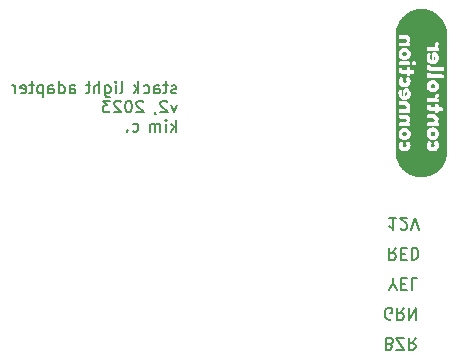
<source format=gbr>
%TF.GenerationSoftware,KiCad,Pcbnew,(7.0.0)*%
%TF.CreationDate,2023-04-04T21:03:58-04:00*%
%TF.ProjectId,StackLight,53746163-6b4c-4696-9768-742e6b696361,rev?*%
%TF.SameCoordinates,Original*%
%TF.FileFunction,Legend,Bot*%
%TF.FilePolarity,Positive*%
%FSLAX46Y46*%
G04 Gerber Fmt 4.6, Leading zero omitted, Abs format (unit mm)*
G04 Created by KiCad (PCBNEW (7.0.0)) date 2023-04-04 21:03:58*
%MOMM*%
%LPD*%
G01*
G04 APERTURE LIST*
%ADD10C,0.150000*%
G04 APERTURE END LIST*
D10*
X131889523Y-83027761D02*
X131794285Y-83075380D01*
X131794285Y-83075380D02*
X131603809Y-83075380D01*
X131603809Y-83075380D02*
X131508571Y-83027761D01*
X131508571Y-83027761D02*
X131460952Y-82932523D01*
X131460952Y-82932523D02*
X131460952Y-82884904D01*
X131460952Y-82884904D02*
X131508571Y-82789666D01*
X131508571Y-82789666D02*
X131603809Y-82742047D01*
X131603809Y-82742047D02*
X131746666Y-82742047D01*
X131746666Y-82742047D02*
X131841904Y-82694428D01*
X131841904Y-82694428D02*
X131889523Y-82599190D01*
X131889523Y-82599190D02*
X131889523Y-82551571D01*
X131889523Y-82551571D02*
X131841904Y-82456333D01*
X131841904Y-82456333D02*
X131746666Y-82408714D01*
X131746666Y-82408714D02*
X131603809Y-82408714D01*
X131603809Y-82408714D02*
X131508571Y-82456333D01*
X131175237Y-82408714D02*
X130794285Y-82408714D01*
X131032380Y-82075380D02*
X131032380Y-82932523D01*
X131032380Y-82932523D02*
X130984761Y-83027761D01*
X130984761Y-83027761D02*
X130889523Y-83075380D01*
X130889523Y-83075380D02*
X130794285Y-83075380D01*
X130032380Y-83075380D02*
X130032380Y-82551571D01*
X130032380Y-82551571D02*
X130079999Y-82456333D01*
X130079999Y-82456333D02*
X130175237Y-82408714D01*
X130175237Y-82408714D02*
X130365713Y-82408714D01*
X130365713Y-82408714D02*
X130460951Y-82456333D01*
X130032380Y-83027761D02*
X130127618Y-83075380D01*
X130127618Y-83075380D02*
X130365713Y-83075380D01*
X130365713Y-83075380D02*
X130460951Y-83027761D01*
X130460951Y-83027761D02*
X130508570Y-82932523D01*
X130508570Y-82932523D02*
X130508570Y-82837285D01*
X130508570Y-82837285D02*
X130460951Y-82742047D01*
X130460951Y-82742047D02*
X130365713Y-82694428D01*
X130365713Y-82694428D02*
X130127618Y-82694428D01*
X130127618Y-82694428D02*
X130032380Y-82646809D01*
X129127618Y-83027761D02*
X129222856Y-83075380D01*
X129222856Y-83075380D02*
X129413332Y-83075380D01*
X129413332Y-83075380D02*
X129508570Y-83027761D01*
X129508570Y-83027761D02*
X129556189Y-82980142D01*
X129556189Y-82980142D02*
X129603808Y-82884904D01*
X129603808Y-82884904D02*
X129603808Y-82599190D01*
X129603808Y-82599190D02*
X129556189Y-82503952D01*
X129556189Y-82503952D02*
X129508570Y-82456333D01*
X129508570Y-82456333D02*
X129413332Y-82408714D01*
X129413332Y-82408714D02*
X129222856Y-82408714D01*
X129222856Y-82408714D02*
X129127618Y-82456333D01*
X128699046Y-83075380D02*
X128699046Y-82075380D01*
X128603808Y-82694428D02*
X128318094Y-83075380D01*
X128318094Y-82408714D02*
X128699046Y-82789666D01*
X127146665Y-83075380D02*
X127241903Y-83027761D01*
X127241903Y-83027761D02*
X127289522Y-82932523D01*
X127289522Y-82932523D02*
X127289522Y-82075380D01*
X126765712Y-83075380D02*
X126765712Y-82408714D01*
X126765712Y-82075380D02*
X126813331Y-82123000D01*
X126813331Y-82123000D02*
X126765712Y-82170619D01*
X126765712Y-82170619D02*
X126718093Y-82123000D01*
X126718093Y-82123000D02*
X126765712Y-82075380D01*
X126765712Y-82075380D02*
X126765712Y-82170619D01*
X125860951Y-82408714D02*
X125860951Y-83218238D01*
X125860951Y-83218238D02*
X125908570Y-83313476D01*
X125908570Y-83313476D02*
X125956189Y-83361095D01*
X125956189Y-83361095D02*
X126051427Y-83408714D01*
X126051427Y-83408714D02*
X126194284Y-83408714D01*
X126194284Y-83408714D02*
X126289522Y-83361095D01*
X125860951Y-83027761D02*
X125956189Y-83075380D01*
X125956189Y-83075380D02*
X126146665Y-83075380D01*
X126146665Y-83075380D02*
X126241903Y-83027761D01*
X126241903Y-83027761D02*
X126289522Y-82980142D01*
X126289522Y-82980142D02*
X126337141Y-82884904D01*
X126337141Y-82884904D02*
X126337141Y-82599190D01*
X126337141Y-82599190D02*
X126289522Y-82503952D01*
X126289522Y-82503952D02*
X126241903Y-82456333D01*
X126241903Y-82456333D02*
X126146665Y-82408714D01*
X126146665Y-82408714D02*
X125956189Y-82408714D01*
X125956189Y-82408714D02*
X125860951Y-82456333D01*
X125384760Y-83075380D02*
X125384760Y-82075380D01*
X124956189Y-83075380D02*
X124956189Y-82551571D01*
X124956189Y-82551571D02*
X125003808Y-82456333D01*
X125003808Y-82456333D02*
X125099046Y-82408714D01*
X125099046Y-82408714D02*
X125241903Y-82408714D01*
X125241903Y-82408714D02*
X125337141Y-82456333D01*
X125337141Y-82456333D02*
X125384760Y-82503952D01*
X124622855Y-82408714D02*
X124241903Y-82408714D01*
X124479998Y-82075380D02*
X124479998Y-82932523D01*
X124479998Y-82932523D02*
X124432379Y-83027761D01*
X124432379Y-83027761D02*
X124337141Y-83075380D01*
X124337141Y-83075380D02*
X124241903Y-83075380D01*
X122879998Y-83075380D02*
X122879998Y-82551571D01*
X122879998Y-82551571D02*
X122927617Y-82456333D01*
X122927617Y-82456333D02*
X123022855Y-82408714D01*
X123022855Y-82408714D02*
X123213331Y-82408714D01*
X123213331Y-82408714D02*
X123308569Y-82456333D01*
X122879998Y-83027761D02*
X122975236Y-83075380D01*
X122975236Y-83075380D02*
X123213331Y-83075380D01*
X123213331Y-83075380D02*
X123308569Y-83027761D01*
X123308569Y-83027761D02*
X123356188Y-82932523D01*
X123356188Y-82932523D02*
X123356188Y-82837285D01*
X123356188Y-82837285D02*
X123308569Y-82742047D01*
X123308569Y-82742047D02*
X123213331Y-82694428D01*
X123213331Y-82694428D02*
X122975236Y-82694428D01*
X122975236Y-82694428D02*
X122879998Y-82646809D01*
X121975236Y-83075380D02*
X121975236Y-82075380D01*
X121975236Y-83027761D02*
X122070474Y-83075380D01*
X122070474Y-83075380D02*
X122260950Y-83075380D01*
X122260950Y-83075380D02*
X122356188Y-83027761D01*
X122356188Y-83027761D02*
X122403807Y-82980142D01*
X122403807Y-82980142D02*
X122451426Y-82884904D01*
X122451426Y-82884904D02*
X122451426Y-82599190D01*
X122451426Y-82599190D02*
X122403807Y-82503952D01*
X122403807Y-82503952D02*
X122356188Y-82456333D01*
X122356188Y-82456333D02*
X122260950Y-82408714D01*
X122260950Y-82408714D02*
X122070474Y-82408714D01*
X122070474Y-82408714D02*
X121975236Y-82456333D01*
X121070474Y-83075380D02*
X121070474Y-82551571D01*
X121070474Y-82551571D02*
X121118093Y-82456333D01*
X121118093Y-82456333D02*
X121213331Y-82408714D01*
X121213331Y-82408714D02*
X121403807Y-82408714D01*
X121403807Y-82408714D02*
X121499045Y-82456333D01*
X121070474Y-83027761D02*
X121165712Y-83075380D01*
X121165712Y-83075380D02*
X121403807Y-83075380D01*
X121403807Y-83075380D02*
X121499045Y-83027761D01*
X121499045Y-83027761D02*
X121546664Y-82932523D01*
X121546664Y-82932523D02*
X121546664Y-82837285D01*
X121546664Y-82837285D02*
X121499045Y-82742047D01*
X121499045Y-82742047D02*
X121403807Y-82694428D01*
X121403807Y-82694428D02*
X121165712Y-82694428D01*
X121165712Y-82694428D02*
X121070474Y-82646809D01*
X120594283Y-82408714D02*
X120594283Y-83408714D01*
X120594283Y-82456333D02*
X120499045Y-82408714D01*
X120499045Y-82408714D02*
X120308569Y-82408714D01*
X120308569Y-82408714D02*
X120213331Y-82456333D01*
X120213331Y-82456333D02*
X120165712Y-82503952D01*
X120165712Y-82503952D02*
X120118093Y-82599190D01*
X120118093Y-82599190D02*
X120118093Y-82884904D01*
X120118093Y-82884904D02*
X120165712Y-82980142D01*
X120165712Y-82980142D02*
X120213331Y-83027761D01*
X120213331Y-83027761D02*
X120308569Y-83075380D01*
X120308569Y-83075380D02*
X120499045Y-83075380D01*
X120499045Y-83075380D02*
X120594283Y-83027761D01*
X119832378Y-82408714D02*
X119451426Y-82408714D01*
X119689521Y-82075380D02*
X119689521Y-82932523D01*
X119689521Y-82932523D02*
X119641902Y-83027761D01*
X119641902Y-83027761D02*
X119546664Y-83075380D01*
X119546664Y-83075380D02*
X119451426Y-83075380D01*
X118737140Y-83027761D02*
X118832378Y-83075380D01*
X118832378Y-83075380D02*
X119022854Y-83075380D01*
X119022854Y-83075380D02*
X119118092Y-83027761D01*
X119118092Y-83027761D02*
X119165711Y-82932523D01*
X119165711Y-82932523D02*
X119165711Y-82551571D01*
X119165711Y-82551571D02*
X119118092Y-82456333D01*
X119118092Y-82456333D02*
X119022854Y-82408714D01*
X119022854Y-82408714D02*
X118832378Y-82408714D01*
X118832378Y-82408714D02*
X118737140Y-82456333D01*
X118737140Y-82456333D02*
X118689521Y-82551571D01*
X118689521Y-82551571D02*
X118689521Y-82646809D01*
X118689521Y-82646809D02*
X119165711Y-82742047D01*
X118260949Y-83075380D02*
X118260949Y-82408714D01*
X118260949Y-82599190D02*
X118213330Y-82503952D01*
X118213330Y-82503952D02*
X118165711Y-82456333D01*
X118165711Y-82456333D02*
X118070473Y-82408714D01*
X118070473Y-82408714D02*
X117975235Y-82408714D01*
X131937142Y-84028714D02*
X131699047Y-84695380D01*
X131699047Y-84695380D02*
X131460952Y-84028714D01*
X131127618Y-83790619D02*
X131079999Y-83743000D01*
X131079999Y-83743000D02*
X130984761Y-83695380D01*
X130984761Y-83695380D02*
X130746666Y-83695380D01*
X130746666Y-83695380D02*
X130651428Y-83743000D01*
X130651428Y-83743000D02*
X130603809Y-83790619D01*
X130603809Y-83790619D02*
X130556190Y-83885857D01*
X130556190Y-83885857D02*
X130556190Y-83981095D01*
X130556190Y-83981095D02*
X130603809Y-84123952D01*
X130603809Y-84123952D02*
X131175237Y-84695380D01*
X131175237Y-84695380D02*
X130556190Y-84695380D01*
X130079999Y-84647761D02*
X130079999Y-84695380D01*
X130079999Y-84695380D02*
X130127618Y-84790619D01*
X130127618Y-84790619D02*
X130175237Y-84838238D01*
X129099047Y-83790619D02*
X129051428Y-83743000D01*
X129051428Y-83743000D02*
X128956190Y-83695380D01*
X128956190Y-83695380D02*
X128718095Y-83695380D01*
X128718095Y-83695380D02*
X128622857Y-83743000D01*
X128622857Y-83743000D02*
X128575238Y-83790619D01*
X128575238Y-83790619D02*
X128527619Y-83885857D01*
X128527619Y-83885857D02*
X128527619Y-83981095D01*
X128527619Y-83981095D02*
X128575238Y-84123952D01*
X128575238Y-84123952D02*
X129146666Y-84695380D01*
X129146666Y-84695380D02*
X128527619Y-84695380D01*
X127908571Y-83695380D02*
X127813333Y-83695380D01*
X127813333Y-83695380D02*
X127718095Y-83743000D01*
X127718095Y-83743000D02*
X127670476Y-83790619D01*
X127670476Y-83790619D02*
X127622857Y-83885857D01*
X127622857Y-83885857D02*
X127575238Y-84076333D01*
X127575238Y-84076333D02*
X127575238Y-84314428D01*
X127575238Y-84314428D02*
X127622857Y-84504904D01*
X127622857Y-84504904D02*
X127670476Y-84600142D01*
X127670476Y-84600142D02*
X127718095Y-84647761D01*
X127718095Y-84647761D02*
X127813333Y-84695380D01*
X127813333Y-84695380D02*
X127908571Y-84695380D01*
X127908571Y-84695380D02*
X128003809Y-84647761D01*
X128003809Y-84647761D02*
X128051428Y-84600142D01*
X128051428Y-84600142D02*
X128099047Y-84504904D01*
X128099047Y-84504904D02*
X128146666Y-84314428D01*
X128146666Y-84314428D02*
X128146666Y-84076333D01*
X128146666Y-84076333D02*
X128099047Y-83885857D01*
X128099047Y-83885857D02*
X128051428Y-83790619D01*
X128051428Y-83790619D02*
X128003809Y-83743000D01*
X128003809Y-83743000D02*
X127908571Y-83695380D01*
X127194285Y-83790619D02*
X127146666Y-83743000D01*
X127146666Y-83743000D02*
X127051428Y-83695380D01*
X127051428Y-83695380D02*
X126813333Y-83695380D01*
X126813333Y-83695380D02*
X126718095Y-83743000D01*
X126718095Y-83743000D02*
X126670476Y-83790619D01*
X126670476Y-83790619D02*
X126622857Y-83885857D01*
X126622857Y-83885857D02*
X126622857Y-83981095D01*
X126622857Y-83981095D02*
X126670476Y-84123952D01*
X126670476Y-84123952D02*
X127241904Y-84695380D01*
X127241904Y-84695380D02*
X126622857Y-84695380D01*
X126289523Y-83695380D02*
X125670476Y-83695380D01*
X125670476Y-83695380D02*
X126003809Y-84076333D01*
X126003809Y-84076333D02*
X125860952Y-84076333D01*
X125860952Y-84076333D02*
X125765714Y-84123952D01*
X125765714Y-84123952D02*
X125718095Y-84171571D01*
X125718095Y-84171571D02*
X125670476Y-84266809D01*
X125670476Y-84266809D02*
X125670476Y-84504904D01*
X125670476Y-84504904D02*
X125718095Y-84600142D01*
X125718095Y-84600142D02*
X125765714Y-84647761D01*
X125765714Y-84647761D02*
X125860952Y-84695380D01*
X125860952Y-84695380D02*
X126146666Y-84695380D01*
X126146666Y-84695380D02*
X126241904Y-84647761D01*
X126241904Y-84647761D02*
X126289523Y-84600142D01*
X131841904Y-86315380D02*
X131841904Y-85315380D01*
X131746666Y-85934428D02*
X131460952Y-86315380D01*
X131460952Y-85648714D02*
X131841904Y-86029666D01*
X131032380Y-86315380D02*
X131032380Y-85648714D01*
X131032380Y-85315380D02*
X131079999Y-85363000D01*
X131079999Y-85363000D02*
X131032380Y-85410619D01*
X131032380Y-85410619D02*
X130984761Y-85363000D01*
X130984761Y-85363000D02*
X131032380Y-85315380D01*
X131032380Y-85315380D02*
X131032380Y-85410619D01*
X130556190Y-86315380D02*
X130556190Y-85648714D01*
X130556190Y-85743952D02*
X130508571Y-85696333D01*
X130508571Y-85696333D02*
X130413333Y-85648714D01*
X130413333Y-85648714D02*
X130270476Y-85648714D01*
X130270476Y-85648714D02*
X130175238Y-85696333D01*
X130175238Y-85696333D02*
X130127619Y-85791571D01*
X130127619Y-85791571D02*
X130127619Y-86315380D01*
X130127619Y-85791571D02*
X130080000Y-85696333D01*
X130080000Y-85696333D02*
X129984762Y-85648714D01*
X129984762Y-85648714D02*
X129841905Y-85648714D01*
X129841905Y-85648714D02*
X129746666Y-85696333D01*
X129746666Y-85696333D02*
X129699047Y-85791571D01*
X129699047Y-85791571D02*
X129699047Y-86315380D01*
X128194286Y-86267761D02*
X128289524Y-86315380D01*
X128289524Y-86315380D02*
X128480000Y-86315380D01*
X128480000Y-86315380D02*
X128575238Y-86267761D01*
X128575238Y-86267761D02*
X128622857Y-86220142D01*
X128622857Y-86220142D02*
X128670476Y-86124904D01*
X128670476Y-86124904D02*
X128670476Y-85839190D01*
X128670476Y-85839190D02*
X128622857Y-85743952D01*
X128622857Y-85743952D02*
X128575238Y-85696333D01*
X128575238Y-85696333D02*
X128480000Y-85648714D01*
X128480000Y-85648714D02*
X128289524Y-85648714D01*
X128289524Y-85648714D02*
X128194286Y-85696333D01*
X127765714Y-86220142D02*
X127718095Y-86267761D01*
X127718095Y-86267761D02*
X127765714Y-86315380D01*
X127765714Y-86315380D02*
X127813333Y-86267761D01*
X127813333Y-86267761D02*
X127765714Y-86220142D01*
X127765714Y-86220142D02*
X127765714Y-86315380D01*
X150487142Y-96152619D02*
X150153809Y-96628809D01*
X149915714Y-96152619D02*
X149915714Y-97152619D01*
X149915714Y-97152619D02*
X150296666Y-97152619D01*
X150296666Y-97152619D02*
X150391904Y-97105000D01*
X150391904Y-97105000D02*
X150439523Y-97057380D01*
X150439523Y-97057380D02*
X150487142Y-96962142D01*
X150487142Y-96962142D02*
X150487142Y-96819285D01*
X150487142Y-96819285D02*
X150439523Y-96724047D01*
X150439523Y-96724047D02*
X150391904Y-96676428D01*
X150391904Y-96676428D02*
X150296666Y-96628809D01*
X150296666Y-96628809D02*
X149915714Y-96628809D01*
X150915714Y-96676428D02*
X151249047Y-96676428D01*
X151391904Y-96152619D02*
X150915714Y-96152619D01*
X150915714Y-96152619D02*
X150915714Y-97152619D01*
X150915714Y-97152619D02*
X151391904Y-97152619D01*
X151820476Y-96152619D02*
X151820476Y-97152619D01*
X151820476Y-97152619D02*
X152058571Y-97152619D01*
X152058571Y-97152619D02*
X152201428Y-97105000D01*
X152201428Y-97105000D02*
X152296666Y-97009761D01*
X152296666Y-97009761D02*
X152344285Y-96914523D01*
X152344285Y-96914523D02*
X152391904Y-96724047D01*
X152391904Y-96724047D02*
X152391904Y-96581190D01*
X152391904Y-96581190D02*
X152344285Y-96390714D01*
X152344285Y-96390714D02*
X152296666Y-96295476D01*
X152296666Y-96295476D02*
X152201428Y-96200238D01*
X152201428Y-96200238D02*
X152058571Y-96152619D01*
X152058571Y-96152619D02*
X151820476Y-96152619D01*
X150272857Y-99168809D02*
X150272857Y-98692619D01*
X149939524Y-99692619D02*
X150272857Y-99168809D01*
X150272857Y-99168809D02*
X150606190Y-99692619D01*
X150939524Y-99216428D02*
X151272857Y-99216428D01*
X151415714Y-98692619D02*
X150939524Y-98692619D01*
X150939524Y-98692619D02*
X150939524Y-99692619D01*
X150939524Y-99692619D02*
X151415714Y-99692619D01*
X152320476Y-98692619D02*
X151844286Y-98692619D01*
X151844286Y-98692619D02*
X151844286Y-99692619D01*
X149971238Y-104296428D02*
X150114095Y-104248809D01*
X150114095Y-104248809D02*
X150161714Y-104201190D01*
X150161714Y-104201190D02*
X150209333Y-104105952D01*
X150209333Y-104105952D02*
X150209333Y-103963095D01*
X150209333Y-103963095D02*
X150161714Y-103867857D01*
X150161714Y-103867857D02*
X150114095Y-103820238D01*
X150114095Y-103820238D02*
X150018857Y-103772619D01*
X150018857Y-103772619D02*
X149637905Y-103772619D01*
X149637905Y-103772619D02*
X149637905Y-104772619D01*
X149637905Y-104772619D02*
X149971238Y-104772619D01*
X149971238Y-104772619D02*
X150066476Y-104725000D01*
X150066476Y-104725000D02*
X150114095Y-104677380D01*
X150114095Y-104677380D02*
X150161714Y-104582142D01*
X150161714Y-104582142D02*
X150161714Y-104486904D01*
X150161714Y-104486904D02*
X150114095Y-104391666D01*
X150114095Y-104391666D02*
X150066476Y-104344047D01*
X150066476Y-104344047D02*
X149971238Y-104296428D01*
X149971238Y-104296428D02*
X149637905Y-104296428D01*
X150542667Y-104772619D02*
X151209333Y-104772619D01*
X151209333Y-104772619D02*
X150542667Y-103772619D01*
X150542667Y-103772619D02*
X151209333Y-103772619D01*
X152161714Y-103772619D02*
X151828381Y-104248809D01*
X151590286Y-103772619D02*
X151590286Y-104772619D01*
X151590286Y-104772619D02*
X151971238Y-104772619D01*
X151971238Y-104772619D02*
X152066476Y-104725000D01*
X152066476Y-104725000D02*
X152114095Y-104677380D01*
X152114095Y-104677380D02*
X152161714Y-104582142D01*
X152161714Y-104582142D02*
X152161714Y-104439285D01*
X152161714Y-104439285D02*
X152114095Y-104344047D01*
X152114095Y-104344047D02*
X152066476Y-104296428D01*
X152066476Y-104296428D02*
X151971238Y-104248809D01*
X151971238Y-104248809D02*
X151590286Y-104248809D01*
X150510952Y-93612619D02*
X149939524Y-93612619D01*
X150225238Y-93612619D02*
X150225238Y-94612619D01*
X150225238Y-94612619D02*
X150130000Y-94469761D01*
X150130000Y-94469761D02*
X150034762Y-94374523D01*
X150034762Y-94374523D02*
X149939524Y-94326904D01*
X150891905Y-94517380D02*
X150939524Y-94565000D01*
X150939524Y-94565000D02*
X151034762Y-94612619D01*
X151034762Y-94612619D02*
X151272857Y-94612619D01*
X151272857Y-94612619D02*
X151368095Y-94565000D01*
X151368095Y-94565000D02*
X151415714Y-94517380D01*
X151415714Y-94517380D02*
X151463333Y-94422142D01*
X151463333Y-94422142D02*
X151463333Y-94326904D01*
X151463333Y-94326904D02*
X151415714Y-94184047D01*
X151415714Y-94184047D02*
X150844286Y-93612619D01*
X150844286Y-93612619D02*
X151463333Y-93612619D01*
X151749048Y-94612619D02*
X152082381Y-93612619D01*
X152082381Y-93612619D02*
X152415714Y-94612619D01*
X150114095Y-102185000D02*
X150018857Y-102232619D01*
X150018857Y-102232619D02*
X149876000Y-102232619D01*
X149876000Y-102232619D02*
X149733143Y-102185000D01*
X149733143Y-102185000D02*
X149637905Y-102089761D01*
X149637905Y-102089761D02*
X149590286Y-101994523D01*
X149590286Y-101994523D02*
X149542667Y-101804047D01*
X149542667Y-101804047D02*
X149542667Y-101661190D01*
X149542667Y-101661190D02*
X149590286Y-101470714D01*
X149590286Y-101470714D02*
X149637905Y-101375476D01*
X149637905Y-101375476D02*
X149733143Y-101280238D01*
X149733143Y-101280238D02*
X149876000Y-101232619D01*
X149876000Y-101232619D02*
X149971238Y-101232619D01*
X149971238Y-101232619D02*
X150114095Y-101280238D01*
X150114095Y-101280238D02*
X150161714Y-101327857D01*
X150161714Y-101327857D02*
X150161714Y-101661190D01*
X150161714Y-101661190D02*
X149971238Y-101661190D01*
X151161714Y-101232619D02*
X150828381Y-101708809D01*
X150590286Y-101232619D02*
X150590286Y-102232619D01*
X150590286Y-102232619D02*
X150971238Y-102232619D01*
X150971238Y-102232619D02*
X151066476Y-102185000D01*
X151066476Y-102185000D02*
X151114095Y-102137380D01*
X151114095Y-102137380D02*
X151161714Y-102042142D01*
X151161714Y-102042142D02*
X151161714Y-101899285D01*
X151161714Y-101899285D02*
X151114095Y-101804047D01*
X151114095Y-101804047D02*
X151066476Y-101756428D01*
X151066476Y-101756428D02*
X150971238Y-101708809D01*
X150971238Y-101708809D02*
X150590286Y-101708809D01*
X151590286Y-101232619D02*
X151590286Y-102232619D01*
X151590286Y-102232619D02*
X152161714Y-101232619D01*
X152161714Y-101232619D02*
X152161714Y-102232619D01*
%TO.C,kibuzzard-631545B4*%
G36*
X150474863Y-78283300D02*
G01*
X150474863Y-78118138D01*
X150474863Y-78117979D01*
X150477488Y-78011054D01*
X150485356Y-77904386D01*
X150498449Y-77798233D01*
X150516734Y-77692851D01*
X150540169Y-77588492D01*
X150568696Y-77485409D01*
X150602246Y-77383850D01*
X150640740Y-77284060D01*
X150684083Y-77186278D01*
X150732173Y-77090741D01*
X150784892Y-76997679D01*
X150842114Y-76907316D01*
X150903701Y-76819869D01*
X150969504Y-76735549D01*
X151039366Y-76654560D01*
X151113117Y-76577097D01*
X151190581Y-76503345D01*
X151271570Y-76433483D01*
X151355890Y-76367680D01*
X151443336Y-76306093D01*
X151533700Y-76248871D01*
X151626762Y-76196152D01*
X151722299Y-76148063D01*
X151820080Y-76104719D01*
X151919871Y-76066226D01*
X152021430Y-76032675D01*
X152124513Y-76004148D01*
X152228871Y-75980714D01*
X152334254Y-75962428D01*
X152440407Y-75949335D01*
X152547075Y-75941467D01*
X152654000Y-75938842D01*
X152760925Y-75941467D01*
X152867593Y-75949335D01*
X152973746Y-75962428D01*
X153079129Y-75980714D01*
X153183487Y-76004148D01*
X153286570Y-76032675D01*
X153388129Y-76066226D01*
X153487920Y-76104719D01*
X153585701Y-76148063D01*
X153681238Y-76196152D01*
X153774300Y-76248871D01*
X153864664Y-76306093D01*
X153952110Y-76367680D01*
X154036430Y-76433483D01*
X154117419Y-76503345D01*
X154194883Y-76577097D01*
X154268634Y-76654560D01*
X154338496Y-76735549D01*
X154404299Y-76819869D01*
X154465886Y-76907316D01*
X154523108Y-76997679D01*
X154575827Y-77090741D01*
X154623917Y-77186278D01*
X154667260Y-77284060D01*
X154705754Y-77383850D01*
X154739304Y-77485409D01*
X154767831Y-77588492D01*
X154791266Y-77692851D01*
X154809551Y-77798233D01*
X154822644Y-77904386D01*
X154830512Y-78011054D01*
X154833137Y-78117979D01*
X154833137Y-78118138D01*
X154833137Y-87997862D01*
X154833137Y-87998021D01*
X154830512Y-88104946D01*
X154822644Y-88211614D01*
X154809551Y-88317767D01*
X154791266Y-88423149D01*
X154767831Y-88527508D01*
X154739304Y-88630591D01*
X154705754Y-88732150D01*
X154667260Y-88831940D01*
X154623917Y-88929722D01*
X154575827Y-89025259D01*
X154523108Y-89118321D01*
X154465886Y-89208684D01*
X154404299Y-89296131D01*
X154338496Y-89380451D01*
X154268634Y-89461440D01*
X154194883Y-89538903D01*
X154117419Y-89612655D01*
X154036430Y-89682517D01*
X153952110Y-89748320D01*
X153864664Y-89809907D01*
X153774300Y-89867129D01*
X153681238Y-89919848D01*
X153585701Y-89967937D01*
X153487920Y-90011281D01*
X153388129Y-90049774D01*
X153286570Y-90083325D01*
X153183487Y-90111852D01*
X153079129Y-90135286D01*
X152973746Y-90153572D01*
X152867593Y-90166665D01*
X152760925Y-90174533D01*
X152654000Y-90177158D01*
X152547075Y-90174533D01*
X152440407Y-90166665D01*
X152334254Y-90153572D01*
X152228871Y-90135286D01*
X152124513Y-90111852D01*
X152021430Y-90083325D01*
X151919871Y-90049774D01*
X151820080Y-90011281D01*
X151722299Y-89967937D01*
X151626762Y-89919848D01*
X151533700Y-89867129D01*
X151443336Y-89809907D01*
X151355890Y-89748320D01*
X151271570Y-89682517D01*
X151190581Y-89612655D01*
X151113117Y-89538903D01*
X151039366Y-89461440D01*
X150969504Y-89380451D01*
X150903701Y-89296131D01*
X150842114Y-89208684D01*
X150784892Y-89118321D01*
X150732173Y-89025259D01*
X150684083Y-88929722D01*
X150640740Y-88831940D01*
X150602246Y-88732150D01*
X150568696Y-88630591D01*
X150540169Y-88527508D01*
X150516734Y-88423149D01*
X150498449Y-88317767D01*
X150485356Y-88211614D01*
X150477488Y-88104946D01*
X150474863Y-87998021D01*
X150474863Y-87997862D01*
X150474863Y-87487360D01*
X150728003Y-87487360D01*
X150741975Y-87602264D01*
X150783891Y-87714250D01*
X150853752Y-87823315D01*
X150923899Y-87893228D01*
X151014222Y-87949064D01*
X151119795Y-87985663D01*
X151235690Y-87997862D01*
X151351116Y-87985663D01*
X151455281Y-87949064D01*
X151544197Y-87893228D01*
X151613875Y-87823315D01*
X151682692Y-87717169D01*
X151723983Y-87606435D01*
X151737747Y-87491113D01*
X151736028Y-87478998D01*
X153109112Y-87478998D01*
X153123294Y-87595627D01*
X153165839Y-87709292D01*
X153236747Y-87819993D01*
X153307946Y-87890955D01*
X153399625Y-87947628D01*
X153506781Y-87984776D01*
X153624415Y-87997158D01*
X153741572Y-87984776D01*
X153847300Y-87947628D01*
X153937549Y-87890955D01*
X154008272Y-87819993D01*
X154078122Y-87712255D01*
X154120032Y-87599860D01*
X154134002Y-87482808D01*
X154114000Y-87341838D01*
X154074947Y-87240873D01*
X154055897Y-87210393D01*
X154019702Y-87157053D01*
X153933025Y-87107523D01*
X153823487Y-87147528D01*
X153744906Y-87214680D01*
X153718712Y-87278973D01*
X153760622Y-87381843D01*
X153793007Y-87479951D01*
X153747287Y-87599013D01*
X153620605Y-87654258D01*
X153494875Y-87600918D01*
X153450107Y-87487571D01*
X153485350Y-87375176D01*
X153520592Y-87290403D01*
X153495351Y-87227062D01*
X153419627Y-87151338D01*
X153320567Y-87107523D01*
X153250558Y-87133717D01*
X153185312Y-87212298D01*
X153128162Y-87333266D01*
X153109112Y-87478998D01*
X151736028Y-87478998D01*
X151718040Y-87352227D01*
X151679564Y-87252754D01*
X151660796Y-87222724D01*
X151625136Y-87170172D01*
X151539739Y-87121374D01*
X151431821Y-87160788D01*
X151354401Y-87226947D01*
X151328594Y-87290291D01*
X151369885Y-87391640D01*
X151401791Y-87488298D01*
X151356747Y-87605601D01*
X151231936Y-87660030D01*
X151108064Y-87607478D01*
X151063958Y-87495805D01*
X151098680Y-87385071D01*
X151133402Y-87301552D01*
X151108534Y-87239147D01*
X151033929Y-87164542D01*
X150936333Y-87121374D01*
X150867359Y-87147181D01*
X150803077Y-87224601D01*
X150746771Y-87343781D01*
X150728003Y-87487360D01*
X150474863Y-87487360D01*
X150474863Y-86511399D01*
X150720495Y-86511399D01*
X150735745Y-86633394D01*
X150781493Y-86751635D01*
X150857036Y-86858850D01*
X150961670Y-86947766D01*
X151088592Y-87007591D01*
X151230998Y-87027532D01*
X151372387Y-87010015D01*
X151496259Y-86957463D01*
X151602614Y-86869877D01*
X151683944Y-86759768D01*
X151732742Y-86639650D01*
X151749008Y-86509522D01*
X151746380Y-86488398D01*
X153101492Y-86488398D01*
X153116970Y-86612223D01*
X153163405Y-86732238D01*
X153240081Y-86841061D01*
X153346285Y-86931311D01*
X153475110Y-86992033D01*
X153619652Y-87012273D01*
X153763162Y-86994493D01*
X153888892Y-86941153D01*
X153996842Y-86852253D01*
X154079392Y-86740493D01*
X154128922Y-86618573D01*
X154145432Y-86486493D01*
X154129028Y-86354625D01*
X154079815Y-86233340D01*
X153997795Y-86122638D01*
X153890374Y-86034797D01*
X153764961Y-85982092D01*
X153621557Y-85964523D01*
X153472253Y-85985002D01*
X153340570Y-86046438D01*
X153233890Y-86137164D01*
X153159595Y-86245511D01*
X153116018Y-86364811D01*
X153101492Y-86488398D01*
X151746380Y-86488398D01*
X151732846Y-86379603D01*
X151684361Y-86260110D01*
X151603552Y-86151044D01*
X151497719Y-86064501D01*
X151374160Y-86012575D01*
X151232875Y-85995266D01*
X151085777Y-86015442D01*
X150956040Y-86075970D01*
X150850936Y-86165355D01*
X150777739Y-86272101D01*
X150734806Y-86389639D01*
X150720495Y-86511399D01*
X150474863Y-86511399D01*
X150474863Y-85709985D01*
X150739264Y-85709985D01*
X150751933Y-85805235D01*
X150789939Y-85854502D01*
X150839675Y-85870456D01*
X150904426Y-85873271D01*
X151568830Y-85873271D01*
X151631705Y-85870456D01*
X151679564Y-85852626D01*
X151714755Y-85803358D01*
X151726486Y-85708108D01*
X151722616Y-85674963D01*
X153120542Y-85674963D01*
X153133401Y-85771642D01*
X153171977Y-85821648D01*
X153222460Y-85837841D01*
X153288182Y-85840698D01*
X153962552Y-85840698D01*
X154026370Y-85837841D01*
X154074947Y-85819743D01*
X154110666Y-85769737D01*
X154122572Y-85673058D01*
X154111618Y-85579237D01*
X154078757Y-85530183D01*
X154000652Y-85511133D01*
X154038752Y-85476843D01*
X154078757Y-85425408D01*
X154122572Y-85282533D01*
X154106380Y-85162624D01*
X154057802Y-85056897D01*
X153976840Y-84965351D01*
X153872594Y-84894972D01*
X153754166Y-84852744D01*
X153621557Y-84838668D01*
X153286277Y-84838668D01*
X153220555Y-84841526D01*
X153171977Y-84857718D01*
X153133401Y-84908201D01*
X153120542Y-85006308D01*
X153138163Y-85112988D01*
X153191027Y-85162518D01*
X153288182Y-85173948D01*
X153623462Y-85173948D01*
X153745382Y-85218716D01*
X153789197Y-85338731D01*
X153743477Y-85460651D01*
X153623462Y-85507323D01*
X153286277Y-85507323D01*
X153220555Y-85510181D01*
X153171977Y-85528278D01*
X153133401Y-85577332D01*
X153120542Y-85674963D01*
X151722616Y-85674963D01*
X151715694Y-85615674D01*
X151683318Y-85567345D01*
X151606367Y-85548576D01*
X151643904Y-85514793D01*
X151683318Y-85464118D01*
X151726486Y-85323355D01*
X151710532Y-85205218D01*
X151662673Y-85101053D01*
X151582907Y-85010860D01*
X151576165Y-85006308D01*
X151480201Y-84941521D01*
X151363524Y-84899917D01*
X151232875Y-84886049D01*
X150902550Y-84886049D01*
X150837798Y-84888865D01*
X150789939Y-84904818D01*
X150751933Y-84954554D01*
X150739264Y-85051212D01*
X150756625Y-85156315D01*
X150808707Y-85205113D01*
X150904426Y-85216374D01*
X151234752Y-85216374D01*
X151354870Y-85260480D01*
X151398037Y-85378722D01*
X151352993Y-85498840D01*
X151234752Y-85544823D01*
X150902550Y-85544823D01*
X150837798Y-85547638D01*
X150789939Y-85565468D01*
X150751933Y-85613797D01*
X150739264Y-85709985D01*
X150474863Y-85709985D01*
X150474863Y-85051212D01*
X150474863Y-84572616D01*
X150739264Y-84572616D01*
X150751933Y-84667866D01*
X150789939Y-84717133D01*
X150839675Y-84733086D01*
X150904426Y-84735901D01*
X151568830Y-84735901D01*
X151631705Y-84733086D01*
X151679564Y-84715256D01*
X151714755Y-84665989D01*
X151726486Y-84570739D01*
X151715694Y-84478304D01*
X151683318Y-84429975D01*
X151606367Y-84411207D01*
X151643904Y-84377424D01*
X151683318Y-84326749D01*
X151726486Y-84185985D01*
X151722271Y-84154773D01*
X153118637Y-84154773D01*
X153128585Y-84276270D01*
X153158430Y-84376600D01*
X153208172Y-84455763D01*
X153281620Y-84512913D01*
X153382585Y-84547203D01*
X153511067Y-84558633D01*
X153793007Y-84558633D01*
X153787292Y-84636738D01*
X153819677Y-84706271D01*
X153930167Y-84733893D01*
X154043515Y-84724368D01*
X154093997Y-84697698D01*
X154118762Y-84621498D01*
X154111142Y-84558633D01*
X154307357Y-84558633D01*
X154372127Y-84555776D01*
X154417847Y-84537678D01*
X154453566Y-84488625D01*
X154465472Y-84390993D01*
X154447851Y-84287647D01*
X154394987Y-84236688D01*
X154297832Y-84227163D01*
X154111142Y-84227163D01*
X154118762Y-84100481D01*
X154115905Y-84035711D01*
X154097807Y-83985228D01*
X154048753Y-83948081D01*
X153951122Y-83935698D01*
X153854443Y-83948557D01*
X153804437Y-83987133D01*
X153788245Y-84037616D01*
X153785387Y-84103338D01*
X153793007Y-84227163D01*
X153530117Y-84227163D01*
X153455822Y-84210971D01*
X153432962Y-84150011D01*
X153430105Y-84081431D01*
X153412007Y-84030948D01*
X153284372Y-83987133D01*
X153187693Y-84000468D01*
X153137687Y-84040473D01*
X153121495Y-84090956D01*
X153118637Y-84154773D01*
X151722271Y-84154773D01*
X151710532Y-84067848D01*
X151662673Y-83963683D01*
X151582907Y-83873490D01*
X151480201Y-83804151D01*
X151363524Y-83762548D01*
X151232875Y-83748680D01*
X150902550Y-83748680D01*
X150837798Y-83751495D01*
X150789939Y-83767448D01*
X150751933Y-83817185D01*
X150739264Y-83913842D01*
X150756625Y-84018946D01*
X150808707Y-84067744D01*
X150904426Y-84079005D01*
X151234752Y-84079005D01*
X151354870Y-84123111D01*
X151398037Y-84241352D01*
X151352993Y-84361470D01*
X151234752Y-84407453D01*
X150902550Y-84407453D01*
X150837798Y-84410268D01*
X150789939Y-84428099D01*
X150751933Y-84476427D01*
X150739264Y-84572616D01*
X150474863Y-84572616D01*
X150474863Y-83913842D01*
X150474863Y-83665188D01*
X153118637Y-83665188D01*
X153151022Y-83796633D01*
X153232937Y-83830923D01*
X153288182Y-83830923D01*
X153956837Y-83830923D01*
X154022560Y-83828066D01*
X154071137Y-83811873D01*
X154109713Y-83761391D01*
X154122572Y-83663283D01*
X154111618Y-83570415D01*
X154078757Y-83520408D01*
X154015892Y-83499453D01*
X154048277Y-83471831D01*
X154099712Y-83394678D01*
X154132097Y-83290856D01*
X154127335Y-83215608D01*
X154111142Y-83148933D01*
X154072090Y-83088926D01*
X153983507Y-83065113D01*
X153850157Y-83101308D01*
X153777767Y-83206083D01*
X153793007Y-83271806D01*
X153808247Y-83354673D01*
X153772052Y-83450876D01*
X153684422Y-83495643D01*
X153284372Y-83495643D01*
X153218650Y-83498501D01*
X153168167Y-83516598D01*
X153131020Y-83568033D01*
X153118637Y-83665188D01*
X150474863Y-83665188D01*
X150474863Y-83093660D01*
X150712988Y-83093660D01*
X150724953Y-83224805D01*
X150760848Y-83340466D01*
X150816449Y-83436419D01*
X150887535Y-83508443D01*
X150992847Y-83574133D01*
X151106083Y-83613547D01*
X151227244Y-83626685D01*
X151374368Y-83609689D01*
X151500430Y-83558701D01*
X151605429Y-83473722D01*
X151684152Y-83363300D01*
X151731386Y-83235988D01*
X151747131Y-83091783D01*
X151735635Y-82970023D01*
X151701148Y-82865623D01*
X151643670Y-82778584D01*
X151563200Y-82708906D01*
X151461146Y-82661047D01*
X151350178Y-82645094D01*
X151249766Y-82659405D01*
X151179385Y-82702337D01*
X151124018Y-82829025D01*
X151124018Y-83273837D01*
X151035806Y-83211901D01*
X151000146Y-83088030D01*
X151005776Y-82990903D01*
X151022668Y-82917236D01*
X151030175Y-82896591D01*
X151050821Y-82821517D01*
X150966362Y-82718291D01*
X150880027Y-82693892D01*
X150806948Y-82718877D01*
X150754748Y-82793834D01*
X150723428Y-82918761D01*
X150712988Y-83093660D01*
X150474863Y-83093660D01*
X150474863Y-82040749D01*
X150728003Y-82040749D01*
X150741975Y-82155654D01*
X150783891Y-82267639D01*
X150853752Y-82376704D01*
X150923899Y-82446617D01*
X151014222Y-82502453D01*
X151119795Y-82539052D01*
X151235690Y-82551251D01*
X151351116Y-82539052D01*
X151455281Y-82502453D01*
X151514862Y-82465038D01*
X153101492Y-82465038D01*
X153116970Y-82588863D01*
X153163405Y-82708878D01*
X153240081Y-82817701D01*
X153346285Y-82907951D01*
X153475110Y-82968673D01*
X153619652Y-82988913D01*
X153763162Y-82971133D01*
X153888892Y-82917793D01*
X153996842Y-82828893D01*
X154079392Y-82717133D01*
X154128922Y-82595213D01*
X154145432Y-82463133D01*
X154129028Y-82331265D01*
X154079815Y-82209980D01*
X153997795Y-82099278D01*
X153890374Y-82011437D01*
X153764961Y-81958732D01*
X153621557Y-81941163D01*
X153472253Y-81961642D01*
X153340570Y-82023078D01*
X153233890Y-82113804D01*
X153159595Y-82222151D01*
X153116018Y-82341451D01*
X153101492Y-82465038D01*
X151514862Y-82465038D01*
X151544197Y-82446617D01*
X151613875Y-82376704D01*
X151682692Y-82270558D01*
X151723983Y-82159824D01*
X151737747Y-82044502D01*
X151718040Y-81905616D01*
X151679564Y-81806143D01*
X151660796Y-81776113D01*
X151625136Y-81723562D01*
X151539739Y-81674764D01*
X151431821Y-81714177D01*
X151354401Y-81780336D01*
X151328594Y-81843680D01*
X151369885Y-81945030D01*
X151401791Y-82041687D01*
X151356747Y-82158990D01*
X151231936Y-82213419D01*
X151108064Y-82160867D01*
X151063958Y-82049195D01*
X151098680Y-81938461D01*
X151133402Y-81854941D01*
X151108534Y-81792536D01*
X151033929Y-81717931D01*
X150936333Y-81674764D01*
X150867359Y-81700570D01*
X150803077Y-81777990D01*
X150746771Y-81897170D01*
X150728003Y-82040749D01*
X150474863Y-82040749D01*
X150474863Y-81029128D01*
X150737387Y-81029128D01*
X150747188Y-81148829D01*
X150776592Y-81247677D01*
X150825599Y-81325670D01*
X150897962Y-81381975D01*
X150997435Y-81415759D01*
X151124018Y-81427020D01*
X151401791Y-81427020D01*
X151396160Y-81503970D01*
X151428067Y-81572475D01*
X151536924Y-81599690D01*
X151648596Y-81590305D01*
X151698333Y-81564030D01*
X151722732Y-81488956D01*
X151715224Y-81427020D01*
X151908540Y-81427020D01*
X151972353Y-81424204D01*
X151980200Y-81421098D01*
X153117685Y-81421098D01*
X153126257Y-81573498D01*
X153160071Y-81694466D01*
X153223412Y-81763998D01*
X153344380Y-81804003D01*
X153520592Y-81817338D01*
X154427372Y-81817338D01*
X154493095Y-81814481D01*
X154543577Y-81798288D01*
X154582153Y-81747806D01*
X154595012Y-81649698D01*
X154582153Y-81555401D01*
X154543577Y-81504918D01*
X154492142Y-81486821D01*
X154425467Y-81483963D01*
X153543452Y-81483963D01*
X153456775Y-81472533D01*
X153438677Y-81422051D01*
X153435820Y-81369663D01*
X153419627Y-81337278D01*
X153284372Y-81299178D01*
X153187693Y-81308703D01*
X153137687Y-81337278D01*
X153117685Y-81421098D01*
X151980200Y-81421098D01*
X152017397Y-81406374D01*
X152052588Y-81358046D01*
X152064318Y-81261857D01*
X152046957Y-81160038D01*
X151994875Y-81109833D01*
X151899155Y-81100448D01*
X151715224Y-81100448D01*
X151722732Y-80975638D01*
X151719917Y-80911825D01*
X151702087Y-80862089D01*
X151653758Y-80825490D01*
X151557569Y-80813291D01*
X151462319Y-80825959D01*
X151413052Y-80863966D01*
X151397099Y-80913702D01*
X151394284Y-80978453D01*
X151401791Y-81100448D01*
X151142786Y-81100448D01*
X151069589Y-81084495D01*
X151047067Y-81024436D01*
X151044252Y-80956869D01*
X151026421Y-80907133D01*
X150900673Y-80863966D01*
X150805423Y-80877103D01*
X150756155Y-80916517D01*
X150740202Y-80966254D01*
X150737387Y-81029128D01*
X150474863Y-81029128D01*
X150474863Y-80798163D01*
X153117685Y-80798163D01*
X153126257Y-80950563D01*
X153160071Y-81071531D01*
X153223412Y-81141063D01*
X153344380Y-81181068D01*
X153520592Y-81194403D01*
X154427372Y-81194403D01*
X154493095Y-81191546D01*
X154543577Y-81175353D01*
X154582153Y-81124871D01*
X154595012Y-81026763D01*
X154582153Y-80932466D01*
X154543577Y-80881983D01*
X154492142Y-80863886D01*
X154425467Y-80861028D01*
X153543452Y-80861028D01*
X153456775Y-80849598D01*
X153438677Y-80799116D01*
X153435820Y-80746728D01*
X153419627Y-80714343D01*
X153284372Y-80676243D01*
X153187693Y-80685768D01*
X153137687Y-80714343D01*
X153117685Y-80798163D01*
X150474863Y-80798163D01*
X150474863Y-80546778D01*
X150737387Y-80546778D01*
X150750056Y-80642028D01*
X150788062Y-80691296D01*
X150836860Y-80707249D01*
X150902550Y-80710064D01*
X151561323Y-80710064D01*
X151626074Y-80707249D01*
X151675811Y-80691296D01*
X151712409Y-80641559D01*
X151724490Y-80545840D01*
X151859742Y-80545840D01*
X151871003Y-80640621D01*
X151910417Y-80690357D01*
X151960153Y-80707249D01*
X152024904Y-80710064D01*
X152089655Y-80707249D01*
X152137515Y-80691296D01*
X152175521Y-80641559D01*
X152188190Y-80544901D01*
X152175521Y-80450121D01*
X152137515Y-80402261D01*
X152087779Y-80384431D01*
X152023027Y-80381616D01*
X151958276Y-80384431D01*
X151909478Y-80401323D01*
X151871003Y-80451059D01*
X151859742Y-80545840D01*
X151724490Y-80545840D01*
X151724609Y-80544901D01*
X151692702Y-80417276D01*
X151611998Y-80383493D01*
X151557569Y-80381616D01*
X150900673Y-80381616D01*
X150835921Y-80384431D01*
X150786185Y-80402261D01*
X150749587Y-80450590D01*
X150737387Y-80546778D01*
X150474863Y-80546778D01*
X150474863Y-79743488D01*
X150720495Y-79743488D01*
X150735745Y-79865483D01*
X150781493Y-79983724D01*
X150857036Y-80090939D01*
X150961670Y-80179855D01*
X151088592Y-80239679D01*
X151230998Y-80259621D01*
X151372387Y-80242103D01*
X151496259Y-80189552D01*
X151602614Y-80101966D01*
X151634332Y-80059023D01*
X153093872Y-80059023D01*
X153106016Y-80192135D01*
X153142450Y-80309531D01*
X153198885Y-80406924D01*
X153271037Y-80480028D01*
X153377929Y-80546703D01*
X153492864Y-80586708D01*
X153615842Y-80600043D01*
X153765173Y-80582792D01*
X153893125Y-80531040D01*
X153999700Y-80444786D01*
X154079604Y-80332708D01*
X154127546Y-80203486D01*
X154143527Y-80057118D01*
X154131859Y-79933531D01*
X154096855Y-79827566D01*
X154038514Y-79739221D01*
X153956837Y-79668498D01*
X153853253Y-79619921D01*
X153740620Y-79603728D01*
X153638702Y-79618254D01*
X153567265Y-79661831D01*
X153511067Y-79790418D01*
X153511067Y-80241903D01*
X153421532Y-80179038D01*
X153385337Y-80053308D01*
X153391052Y-79954725D01*
X153408197Y-79879953D01*
X153415817Y-79858998D01*
X153436772Y-79782798D01*
X153351047Y-79678023D01*
X153263417Y-79653258D01*
X153189241Y-79678619D01*
X153136258Y-79754700D01*
X153104469Y-79881501D01*
X153093872Y-80059023D01*
X151634332Y-80059023D01*
X151683944Y-79991857D01*
X151732742Y-79871739D01*
X151749008Y-79741611D01*
X151732846Y-79611691D01*
X151684361Y-79492199D01*
X151603552Y-79383133D01*
X151519216Y-79314168D01*
X153118637Y-79314168D01*
X153151022Y-79445613D01*
X153232937Y-79479903D01*
X153288182Y-79479903D01*
X153956837Y-79479903D01*
X154022560Y-79477046D01*
X154071137Y-79460853D01*
X154109713Y-79410371D01*
X154122572Y-79312263D01*
X154111618Y-79219395D01*
X154078757Y-79169388D01*
X154015892Y-79148433D01*
X154048277Y-79120811D01*
X154099712Y-79043658D01*
X154132097Y-78939836D01*
X154127335Y-78864588D01*
X154111142Y-78797913D01*
X154072090Y-78737906D01*
X153983507Y-78714093D01*
X153850157Y-78750288D01*
X153777767Y-78855063D01*
X153793007Y-78920786D01*
X153808247Y-79003653D01*
X153772052Y-79099856D01*
X153684422Y-79144623D01*
X153284372Y-79144623D01*
X153218650Y-79147481D01*
X153168167Y-79165578D01*
X153131020Y-79217013D01*
X153118637Y-79314168D01*
X151519216Y-79314168D01*
X151497719Y-79296589D01*
X151374160Y-79244663D01*
X151232875Y-79227355D01*
X151085777Y-79247531D01*
X150956040Y-79308059D01*
X150850936Y-79397444D01*
X150777739Y-79504190D01*
X150734806Y-79621727D01*
X150720495Y-79743488D01*
X150474863Y-79743488D01*
X150474863Y-78942074D01*
X150739264Y-78942074D01*
X150751933Y-79037324D01*
X150789939Y-79086591D01*
X150839675Y-79102544D01*
X150904426Y-79105360D01*
X151568830Y-79105360D01*
X151631705Y-79102544D01*
X151679564Y-79084714D01*
X151714755Y-79035447D01*
X151726486Y-78940197D01*
X151715694Y-78847762D01*
X151683318Y-78799433D01*
X151606367Y-78780665D01*
X151643904Y-78746882D01*
X151683318Y-78696207D01*
X151726486Y-78555443D01*
X151710532Y-78437306D01*
X151662673Y-78333141D01*
X151582907Y-78242948D01*
X151480201Y-78173609D01*
X151363524Y-78132006D01*
X151232875Y-78118138D01*
X150902550Y-78118138D01*
X150837798Y-78120953D01*
X150789939Y-78136906D01*
X150751933Y-78186643D01*
X150739264Y-78283300D01*
X150756625Y-78388404D01*
X150808707Y-78437202D01*
X150904426Y-78448463D01*
X151234752Y-78448463D01*
X151354870Y-78492569D01*
X151398037Y-78610810D01*
X151352993Y-78730929D01*
X151234752Y-78776911D01*
X150902550Y-78776911D01*
X150837798Y-78779727D01*
X150789939Y-78797557D01*
X150751933Y-78845885D01*
X150739264Y-78942074D01*
X150474863Y-78942074D01*
X150474863Y-78283300D01*
G37*
G36*
X153706806Y-82293112D02*
G01*
X153764432Y-82337403D01*
X153810152Y-82465038D01*
X153762527Y-82592673D01*
X153703710Y-82636965D01*
X153622510Y-82651728D01*
X153541547Y-82636488D01*
X153483445Y-82590768D01*
X153436772Y-82466943D01*
X153484397Y-82341213D01*
X153543452Y-82294065D01*
X153625367Y-82278348D01*
X153706806Y-82293112D01*
G37*
G36*
X153706806Y-86316472D02*
G01*
X153764432Y-86360763D01*
X153810152Y-86488398D01*
X153762527Y-86616033D01*
X153703710Y-86660325D01*
X153622510Y-86675088D01*
X153541547Y-86659848D01*
X153483445Y-86614128D01*
X153436772Y-86490303D01*
X153484397Y-86364573D01*
X153543452Y-86317425D01*
X153625367Y-86301708D01*
X153706806Y-86316472D01*
G37*
G36*
X153815867Y-79966631D02*
G01*
X153842537Y-80061881D01*
X153792055Y-80184753D01*
X153684422Y-80245713D01*
X153684422Y-80005683D01*
X153745382Y-79933293D01*
X153815867Y-79966631D01*
G37*
G36*
X151316864Y-86342014D02*
G01*
X151373638Y-86385650D01*
X151418683Y-86511399D01*
X151371761Y-86637148D01*
X151313814Y-86680784D01*
X151233813Y-86695330D01*
X151154047Y-86680315D01*
X151096803Y-86635271D01*
X151050821Y-86513276D01*
X151097742Y-86389404D01*
X151155924Y-86342952D01*
X151236628Y-86327468D01*
X151316864Y-86342014D01*
G37*
G36*
X151316864Y-79574102D02*
G01*
X151373638Y-79617739D01*
X151418683Y-79743488D01*
X151371761Y-79869236D01*
X151313814Y-79912873D01*
X151233813Y-79927419D01*
X151154047Y-79912404D01*
X151096803Y-79867360D01*
X151050821Y-79745365D01*
X151097742Y-79621493D01*
X151155924Y-79575041D01*
X151236628Y-79559557D01*
X151316864Y-79574102D01*
G37*
G36*
X151424313Y-83002633D02*
G01*
X151450589Y-83096475D01*
X151400853Y-83217532D01*
X151294811Y-83277591D01*
X151294811Y-83041108D01*
X151354870Y-82969788D01*
X151424313Y-83002633D01*
G37*
%TD*%
M02*

</source>
